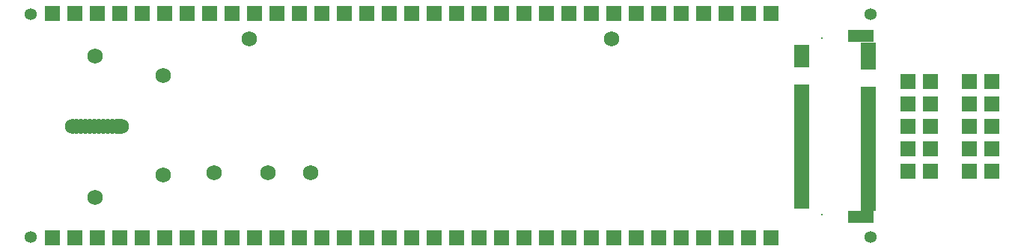
<source format=gts>
G04*
G04 #@! TF.GenerationSoftware,Altium Limited,Altium Designer,18.1.7 (191)*
G04*
G04 Layer_Color=8388736*
%FSLAX44Y44*%
%MOMM*%
G71*
G01*
G75*
%ADD16R,1.7532X0.5032*%
%ADD17R,2.9532X1.4032*%
%ADD18R,1.8032X1.8032*%
%ADD19C,1.7272*%
%ADD20C,0.2032*%
%ADD21R,1.8032X1.8032*%
%ADD22C,1.3552*%
D16*
X1787400Y1230000D02*
D03*
X1862400Y1227500D02*
D03*
Y1232500D02*
D03*
X1787400Y1235000D02*
D03*
Y1240000D02*
D03*
Y1245000D02*
D03*
Y1250000D02*
D03*
Y1255000D02*
D03*
X1862400Y1237500D02*
D03*
Y1242500D02*
D03*
Y1247500D02*
D03*
Y1252500D02*
D03*
Y1257500D02*
D03*
Y1262500D02*
D03*
Y1267500D02*
D03*
Y1272500D02*
D03*
Y1277500D02*
D03*
Y1282500D02*
D03*
Y1287500D02*
D03*
X1787400Y1280000D02*
D03*
Y1265000D02*
D03*
Y1270000D02*
D03*
Y1275000D02*
D03*
X1862400Y1302500D02*
D03*
Y1362500D02*
D03*
Y1292500D02*
D03*
X1787400Y1320000D02*
D03*
Y1300000D02*
D03*
Y1400000D02*
D03*
X1787397Y1360000D02*
D03*
Y1340000D02*
D03*
X1787400Y1290000D02*
D03*
Y1295000D02*
D03*
Y1285000D02*
D03*
Y1310000D02*
D03*
Y1315000D02*
D03*
Y1305000D02*
D03*
X1787397Y1330000D02*
D03*
X1787399Y1335000D02*
D03*
X1787400Y1325000D02*
D03*
X1787397Y1350000D02*
D03*
X1787399Y1355000D02*
D03*
X1787397Y1345000D02*
D03*
Y1365000D02*
D03*
X1787400Y1390000D02*
D03*
Y1395000D02*
D03*
Y1410000D02*
D03*
Y1405000D02*
D03*
Y1260000D02*
D03*
X1862400Y1307500D02*
D03*
Y1312500D02*
D03*
Y1317500D02*
D03*
Y1322500D02*
D03*
Y1327500D02*
D03*
Y1332500D02*
D03*
Y1337500D02*
D03*
Y1342500D02*
D03*
Y1347500D02*
D03*
Y1352500D02*
D03*
Y1357500D02*
D03*
Y1387500D02*
D03*
Y1392500D02*
D03*
Y1397500D02*
D03*
Y1402500D02*
D03*
Y1407500D02*
D03*
Y1412500D02*
D03*
Y1297500D02*
D03*
D17*
X1853900Y1217500D02*
D03*
Y1422500D02*
D03*
D18*
X1473200Y1193800D02*
D03*
X1447800D02*
D03*
X965200D02*
D03*
X939800D02*
D03*
X990600D02*
D03*
X1016000D02*
D03*
X1752600Y1447800D02*
D03*
X1727200D02*
D03*
X1701800D02*
D03*
X1676400D02*
D03*
X1651000D02*
D03*
X1625600D02*
D03*
X1600200D02*
D03*
X1574800D02*
D03*
X1549400D02*
D03*
X1524000D02*
D03*
X1498600D02*
D03*
X1473200D02*
D03*
X1447800D02*
D03*
X1422400D02*
D03*
X1397000D02*
D03*
X1371600D02*
D03*
X1346200D02*
D03*
X1320800D02*
D03*
X1295400D02*
D03*
X1270000D02*
D03*
X1244600D02*
D03*
X1219200D02*
D03*
X1193800D02*
D03*
X1168400D02*
D03*
X965200D02*
D03*
X939800D02*
D03*
X990600D02*
D03*
X1016000D02*
D03*
X1041400D02*
D03*
X1066800D02*
D03*
X1092200D02*
D03*
X1117600D02*
D03*
X1143000D02*
D03*
X1041400Y1193800D02*
D03*
X1066800D02*
D03*
X1092200D02*
D03*
X1117600D02*
D03*
X1143000D02*
D03*
X1168400D02*
D03*
X1193800D02*
D03*
X1219200D02*
D03*
X1244600D02*
D03*
X1270000D02*
D03*
X1295400D02*
D03*
X1320800D02*
D03*
X1346200D02*
D03*
X1371600D02*
D03*
X1397000D02*
D03*
X1422400D02*
D03*
X1498600D02*
D03*
X1524000D02*
D03*
X1549400D02*
D03*
X1574800D02*
D03*
X1600200D02*
D03*
X1625600D02*
D03*
X1651000D02*
D03*
X1676400D02*
D03*
X1701800D02*
D03*
X1727200D02*
D03*
X1752600D02*
D03*
D19*
X1572400Y1419000D02*
D03*
X1162900D02*
D03*
X1065400Y1378000D02*
D03*
Y1265000D02*
D03*
X1183400Y1268000D02*
D03*
X1232400D02*
D03*
X1122400D02*
D03*
X988400Y1400000D02*
D03*
Y1240000D02*
D03*
X1016400Y1320000D02*
D03*
X1002400D02*
D03*
X1007400D02*
D03*
X1012400D02*
D03*
X1017400D02*
D03*
X982400D02*
D03*
X987400D02*
D03*
X992400D02*
D03*
X997400D02*
D03*
X977400D02*
D03*
X972400D02*
D03*
X967400D02*
D03*
X962400D02*
D03*
D20*
X1809900Y1220000D02*
D03*
Y1420000D02*
D03*
D21*
X2002700Y1370800D02*
D03*
Y1345400D02*
D03*
Y1320000D02*
D03*
Y1294600D02*
D03*
Y1269200D02*
D03*
X1977300D02*
D03*
Y1294600D02*
D03*
Y1320000D02*
D03*
Y1345400D02*
D03*
Y1370800D02*
D03*
X1932700D02*
D03*
Y1345400D02*
D03*
Y1320000D02*
D03*
Y1294600D02*
D03*
Y1269200D02*
D03*
X1907300D02*
D03*
Y1294600D02*
D03*
Y1320000D02*
D03*
Y1345400D02*
D03*
Y1370800D02*
D03*
D22*
X1865000Y1447000D02*
D03*
Y1195000D02*
D03*
X915000D02*
D03*
Y1447000D02*
D03*
M02*

</source>
